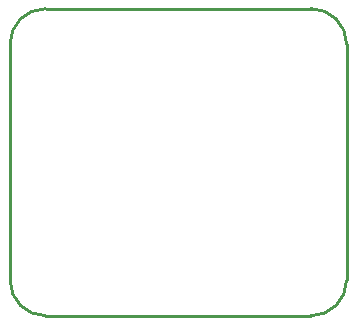
<source format=gko>
G04 Layer: BoardOutline*
G04 EasyEDA v6.1.41, Mon, 03 Jun 2019 03:14:34 GMT*
G04 5a90bc5d05c24feeabf61e1713a7abd1,f719cc3b5e9d4f31bc15a5958a6a0e99,10*
G04 Gerber Generator version 0.2*
G04 Scale: 100 percent, Rotated: No, Reflected: No *
G04 Dimensions in millimeters *
G04 leading zeros omitted , absolute positions ,3 integer and 3 decimal *
%FSLAX33Y33*%
%MOMM*%
G90*
G71D02*

%ADD10C,0.254000*%
G54D10*
G01X3034Y25999D02*
G01X25547Y25999D01*
G75*
G01X25500Y26000D02*
G02X28500Y23000I0J-3000D01*
G01*
G01X28499Y23000D02*
G01X28499Y2999D01*
G75*
G01X28500Y3000D02*
G02X25500Y0I-3000J0D01*
G01*
G01X25499Y0D02*
G01X2999Y0D01*
G75*
G01X3000Y0D02*
G02X0Y3000I0J3000D01*
G01*
G01X1Y2999D02*
G01X1Y23000D01*
G75*
G01X0Y23000D02*
G02X3000Y26000I3000J0D01*
G01*

%LPD*%
M00*
M02*

</source>
